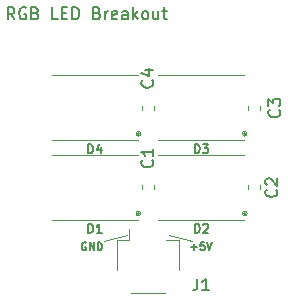
<source format=gbr>
G04 #@! TF.GenerationSoftware,KiCad,Pcbnew,(5.1.4)-1*
G04 #@! TF.CreationDate,2021-01-17T20:13:50-03:30*
G04 #@! TF.ProjectId,RGB_Breakout,5247425f-4272-4656-916b-6f75742e6b69,V1.0*
G04 #@! TF.SameCoordinates,Original*
G04 #@! TF.FileFunction,Legend,Top*
G04 #@! TF.FilePolarity,Positive*
%FSLAX46Y46*%
G04 Gerber Fmt 4.6, Leading zero omitted, Abs format (unit mm)*
G04 Created by KiCad (PCBNEW (5.1.4)-1) date 2021-01-17 20:13:50*
%MOMM*%
%LPD*%
G04 APERTURE LIST*
%ADD10C,0.150000*%
%ADD11C,0.120000*%
G04 APERTURE END LIST*
D10*
X53704761Y-126752380D02*
X53371428Y-126276190D01*
X53133333Y-126752380D02*
X53133333Y-125752380D01*
X53514285Y-125752380D01*
X53609523Y-125800000D01*
X53657142Y-125847619D01*
X53704761Y-125942857D01*
X53704761Y-126085714D01*
X53657142Y-126180952D01*
X53609523Y-126228571D01*
X53514285Y-126276190D01*
X53133333Y-126276190D01*
X54657142Y-125800000D02*
X54561904Y-125752380D01*
X54419047Y-125752380D01*
X54276190Y-125800000D01*
X54180952Y-125895238D01*
X54133333Y-125990476D01*
X54085714Y-126180952D01*
X54085714Y-126323809D01*
X54133333Y-126514285D01*
X54180952Y-126609523D01*
X54276190Y-126704761D01*
X54419047Y-126752380D01*
X54514285Y-126752380D01*
X54657142Y-126704761D01*
X54704761Y-126657142D01*
X54704761Y-126323809D01*
X54514285Y-126323809D01*
X55466666Y-126228571D02*
X55609523Y-126276190D01*
X55657142Y-126323809D01*
X55704761Y-126419047D01*
X55704761Y-126561904D01*
X55657142Y-126657142D01*
X55609523Y-126704761D01*
X55514285Y-126752380D01*
X55133333Y-126752380D01*
X55133333Y-125752380D01*
X55466666Y-125752380D01*
X55561904Y-125800000D01*
X55609523Y-125847619D01*
X55657142Y-125942857D01*
X55657142Y-126038095D01*
X55609523Y-126133333D01*
X55561904Y-126180952D01*
X55466666Y-126228571D01*
X55133333Y-126228571D01*
X57371428Y-126752380D02*
X56895238Y-126752380D01*
X56895238Y-125752380D01*
X57704761Y-126228571D02*
X58038095Y-126228571D01*
X58180952Y-126752380D02*
X57704761Y-126752380D01*
X57704761Y-125752380D01*
X58180952Y-125752380D01*
X58609523Y-126752380D02*
X58609523Y-125752380D01*
X58847619Y-125752380D01*
X58990476Y-125800000D01*
X59085714Y-125895238D01*
X59133333Y-125990476D01*
X59180952Y-126180952D01*
X59180952Y-126323809D01*
X59133333Y-126514285D01*
X59085714Y-126609523D01*
X58990476Y-126704761D01*
X58847619Y-126752380D01*
X58609523Y-126752380D01*
X60704761Y-126228571D02*
X60847619Y-126276190D01*
X60895238Y-126323809D01*
X60942857Y-126419047D01*
X60942857Y-126561904D01*
X60895238Y-126657142D01*
X60847619Y-126704761D01*
X60752380Y-126752380D01*
X60371428Y-126752380D01*
X60371428Y-125752380D01*
X60704761Y-125752380D01*
X60800000Y-125800000D01*
X60847619Y-125847619D01*
X60895238Y-125942857D01*
X60895238Y-126038095D01*
X60847619Y-126133333D01*
X60800000Y-126180952D01*
X60704761Y-126228571D01*
X60371428Y-126228571D01*
X61371428Y-126752380D02*
X61371428Y-126085714D01*
X61371428Y-126276190D02*
X61419047Y-126180952D01*
X61466666Y-126133333D01*
X61561904Y-126085714D01*
X61657142Y-126085714D01*
X62371428Y-126704761D02*
X62276190Y-126752380D01*
X62085714Y-126752380D01*
X61990476Y-126704761D01*
X61942857Y-126609523D01*
X61942857Y-126228571D01*
X61990476Y-126133333D01*
X62085714Y-126085714D01*
X62276190Y-126085714D01*
X62371428Y-126133333D01*
X62419047Y-126228571D01*
X62419047Y-126323809D01*
X61942857Y-126419047D01*
X63276190Y-126752380D02*
X63276190Y-126228571D01*
X63228571Y-126133333D01*
X63133333Y-126085714D01*
X62942857Y-126085714D01*
X62847619Y-126133333D01*
X63276190Y-126704761D02*
X63180952Y-126752380D01*
X62942857Y-126752380D01*
X62847619Y-126704761D01*
X62800000Y-126609523D01*
X62800000Y-126514285D01*
X62847619Y-126419047D01*
X62942857Y-126371428D01*
X63180952Y-126371428D01*
X63276190Y-126323809D01*
X63752380Y-126752380D02*
X63752380Y-125752380D01*
X63847619Y-126371428D02*
X64133333Y-126752380D01*
X64133333Y-126085714D02*
X63752380Y-126466666D01*
X64704761Y-126752380D02*
X64609523Y-126704761D01*
X64561904Y-126657142D01*
X64514285Y-126561904D01*
X64514285Y-126276190D01*
X64561904Y-126180952D01*
X64609523Y-126133333D01*
X64704761Y-126085714D01*
X64847619Y-126085714D01*
X64942857Y-126133333D01*
X64990476Y-126180952D01*
X65038095Y-126276190D01*
X65038095Y-126561904D01*
X64990476Y-126657142D01*
X64942857Y-126704761D01*
X64847619Y-126752380D01*
X64704761Y-126752380D01*
X65895238Y-126085714D02*
X65895238Y-126752380D01*
X65466666Y-126085714D02*
X65466666Y-126609523D01*
X65514285Y-126704761D01*
X65609523Y-126752380D01*
X65752380Y-126752380D01*
X65847619Y-126704761D01*
X65895238Y-126657142D01*
X66228571Y-126085714D02*
X66609523Y-126085714D01*
X66371428Y-125752380D02*
X66371428Y-126609523D01*
X66419047Y-126704761D01*
X66514285Y-126752380D01*
X66609523Y-126752380D01*
D11*
X68750000Y-145500000D02*
X66750000Y-145000000D01*
X61250000Y-145500000D02*
X63250000Y-145000000D01*
D10*
X59754761Y-145675000D02*
X59692857Y-145644047D01*
X59600000Y-145644047D01*
X59507142Y-145675000D01*
X59445238Y-145736904D01*
X59414285Y-145798809D01*
X59383333Y-145922619D01*
X59383333Y-146015476D01*
X59414285Y-146139285D01*
X59445238Y-146201190D01*
X59507142Y-146263095D01*
X59600000Y-146294047D01*
X59661904Y-146294047D01*
X59754761Y-146263095D01*
X59785714Y-146232142D01*
X59785714Y-146015476D01*
X59661904Y-146015476D01*
X60064285Y-146294047D02*
X60064285Y-145644047D01*
X60435714Y-146294047D01*
X60435714Y-145644047D01*
X60745238Y-146294047D02*
X60745238Y-145644047D01*
X60900000Y-145644047D01*
X60992857Y-145675000D01*
X61054761Y-145736904D01*
X61085714Y-145798809D01*
X61116666Y-145922619D01*
X61116666Y-146015476D01*
X61085714Y-146139285D01*
X61054761Y-146201190D01*
X60992857Y-146263095D01*
X60900000Y-146294047D01*
X60745238Y-146294047D01*
X68664285Y-146046428D02*
X69159523Y-146046428D01*
X68911904Y-146294047D02*
X68911904Y-145798809D01*
X69778571Y-145644047D02*
X69469047Y-145644047D01*
X69438095Y-145953571D01*
X69469047Y-145922619D01*
X69530952Y-145891666D01*
X69685714Y-145891666D01*
X69747619Y-145922619D01*
X69778571Y-145953571D01*
X69809523Y-146015476D01*
X69809523Y-146170238D01*
X69778571Y-146232142D01*
X69747619Y-146263095D01*
X69685714Y-146294047D01*
X69530952Y-146294047D01*
X69469047Y-146263095D01*
X69438095Y-146232142D01*
X69995238Y-145644047D02*
X70211904Y-146294047D01*
X70428571Y-145644047D01*
D11*
X64490000Y-141125279D02*
X64490000Y-140799721D01*
X65510000Y-141125279D02*
X65510000Y-140799721D01*
X74510000Y-141125279D02*
X74510000Y-140799721D01*
X73490000Y-141125279D02*
X73490000Y-140799721D01*
X73490000Y-134450279D02*
X73490000Y-134124721D01*
X74510000Y-134450279D02*
X74510000Y-134124721D01*
X65510000Y-134412779D02*
X65510000Y-134087221D01*
X64490000Y-134412779D02*
X64490000Y-134087221D01*
X62390000Y-147965000D02*
X62390000Y-145465000D01*
X62390000Y-145465000D02*
X63440000Y-145465000D01*
X63440000Y-145465000D02*
X63440000Y-144475000D01*
X67610000Y-147965000D02*
X67610000Y-145465000D01*
X67610000Y-145465000D02*
X66560000Y-145465000D01*
X63560000Y-149935000D02*
X66440000Y-149935000D01*
X64150000Y-143750000D02*
X56850000Y-143750000D01*
X64150000Y-138250000D02*
X56850000Y-138250000D01*
X64300000Y-143200000D02*
G75*
G03X64300000Y-143200000I-100000J0D01*
G01*
X64400000Y-143200000D02*
G75*
G03X64400000Y-143200000I-200000J0D01*
G01*
X64200000Y-143200000D02*
X64100000Y-143200000D01*
X73200000Y-143200000D02*
X73100000Y-143200000D01*
X73400000Y-143200000D02*
G75*
G03X73400000Y-143200000I-200000J0D01*
G01*
X73300000Y-143200000D02*
G75*
G03X73300000Y-143200000I-100000J0D01*
G01*
X73150000Y-138250000D02*
X65850000Y-138250000D01*
X73150000Y-143750000D02*
X65850000Y-143750000D01*
X73150000Y-137000000D02*
X65850000Y-137000000D01*
X73150000Y-131500000D02*
X65850000Y-131500000D01*
X73300000Y-136450000D02*
G75*
G03X73300000Y-136450000I-100000J0D01*
G01*
X73400000Y-136450000D02*
G75*
G03X73400000Y-136450000I-200000J0D01*
G01*
X73200000Y-136450000D02*
X73100000Y-136450000D01*
X64200000Y-136450000D02*
X64100000Y-136450000D01*
X64400000Y-136450000D02*
G75*
G03X64400000Y-136450000I-200000J0D01*
G01*
X64300000Y-136450000D02*
G75*
G03X64300000Y-136450000I-100000J0D01*
G01*
X64150000Y-131500000D02*
X56850000Y-131500000D01*
X64150000Y-137000000D02*
X56850000Y-137000000D01*
D10*
X65357142Y-138666666D02*
X65404761Y-138714285D01*
X65452380Y-138857142D01*
X65452380Y-138952380D01*
X65404761Y-139095238D01*
X65309523Y-139190476D01*
X65214285Y-139238095D01*
X65023809Y-139285714D01*
X64880952Y-139285714D01*
X64690476Y-139238095D01*
X64595238Y-139190476D01*
X64500000Y-139095238D01*
X64452380Y-138952380D01*
X64452380Y-138857142D01*
X64500000Y-138714285D01*
X64547619Y-138666666D01*
X65452380Y-137714285D02*
X65452380Y-138285714D01*
X65452380Y-138000000D02*
X64452380Y-138000000D01*
X64595238Y-138095238D01*
X64690476Y-138190476D01*
X64738095Y-138285714D01*
X75857142Y-141166666D02*
X75904761Y-141214285D01*
X75952380Y-141357142D01*
X75952380Y-141452380D01*
X75904761Y-141595238D01*
X75809523Y-141690476D01*
X75714285Y-141738095D01*
X75523809Y-141785714D01*
X75380952Y-141785714D01*
X75190476Y-141738095D01*
X75095238Y-141690476D01*
X75000000Y-141595238D01*
X74952380Y-141452380D01*
X74952380Y-141357142D01*
X75000000Y-141214285D01*
X75047619Y-141166666D01*
X75047619Y-140785714D02*
X75000000Y-140738095D01*
X74952380Y-140642857D01*
X74952380Y-140404761D01*
X75000000Y-140309523D01*
X75047619Y-140261904D01*
X75142857Y-140214285D01*
X75238095Y-140214285D01*
X75380952Y-140261904D01*
X75952380Y-140833333D01*
X75952380Y-140214285D01*
X76107142Y-134416666D02*
X76154761Y-134464285D01*
X76202380Y-134607142D01*
X76202380Y-134702380D01*
X76154761Y-134845238D01*
X76059523Y-134940476D01*
X75964285Y-134988095D01*
X75773809Y-135035714D01*
X75630952Y-135035714D01*
X75440476Y-134988095D01*
X75345238Y-134940476D01*
X75250000Y-134845238D01*
X75202380Y-134702380D01*
X75202380Y-134607142D01*
X75250000Y-134464285D01*
X75297619Y-134416666D01*
X75202380Y-134083333D02*
X75202380Y-133464285D01*
X75583333Y-133797619D01*
X75583333Y-133654761D01*
X75630952Y-133559523D01*
X75678571Y-133511904D01*
X75773809Y-133464285D01*
X76011904Y-133464285D01*
X76107142Y-133511904D01*
X76154761Y-133559523D01*
X76202380Y-133654761D01*
X76202380Y-133940476D01*
X76154761Y-134035714D01*
X76107142Y-134083333D01*
X65357142Y-131916666D02*
X65404761Y-131964285D01*
X65452380Y-132107142D01*
X65452380Y-132202380D01*
X65404761Y-132345238D01*
X65309523Y-132440476D01*
X65214285Y-132488095D01*
X65023809Y-132535714D01*
X64880952Y-132535714D01*
X64690476Y-132488095D01*
X64595238Y-132440476D01*
X64500000Y-132345238D01*
X64452380Y-132202380D01*
X64452380Y-132107142D01*
X64500000Y-131964285D01*
X64547619Y-131916666D01*
X64785714Y-131059523D02*
X65452380Y-131059523D01*
X64404761Y-131297619D02*
X65119047Y-131535714D01*
X65119047Y-130916666D01*
X69166666Y-148702380D02*
X69166666Y-149416666D01*
X69119047Y-149559523D01*
X69023809Y-149654761D01*
X68880952Y-149702380D01*
X68785714Y-149702380D01*
X70166666Y-149702380D02*
X69595238Y-149702380D01*
X69880952Y-149702380D02*
X69880952Y-148702380D01*
X69785714Y-148845238D01*
X69690476Y-148940476D01*
X69595238Y-148988095D01*
X59946428Y-144839285D02*
X59946428Y-144089285D01*
X60125000Y-144089285D01*
X60232142Y-144125000D01*
X60303571Y-144196428D01*
X60339285Y-144267857D01*
X60375000Y-144410714D01*
X60375000Y-144517857D01*
X60339285Y-144660714D01*
X60303571Y-144732142D01*
X60232142Y-144803571D01*
X60125000Y-144839285D01*
X59946428Y-144839285D01*
X61089285Y-144839285D02*
X60660714Y-144839285D01*
X60875000Y-144839285D02*
X60875000Y-144089285D01*
X60803571Y-144196428D01*
X60732142Y-144267857D01*
X60660714Y-144303571D01*
X68946428Y-144839285D02*
X68946428Y-144089285D01*
X69125000Y-144089285D01*
X69232142Y-144125000D01*
X69303571Y-144196428D01*
X69339285Y-144267857D01*
X69375000Y-144410714D01*
X69375000Y-144517857D01*
X69339285Y-144660714D01*
X69303571Y-144732142D01*
X69232142Y-144803571D01*
X69125000Y-144839285D01*
X68946428Y-144839285D01*
X69660714Y-144160714D02*
X69696428Y-144125000D01*
X69767857Y-144089285D01*
X69946428Y-144089285D01*
X70017857Y-144125000D01*
X70053571Y-144160714D01*
X70089285Y-144232142D01*
X70089285Y-144303571D01*
X70053571Y-144410714D01*
X69625000Y-144839285D01*
X70089285Y-144839285D01*
X68946428Y-138089285D02*
X68946428Y-137339285D01*
X69125000Y-137339285D01*
X69232142Y-137375000D01*
X69303571Y-137446428D01*
X69339285Y-137517857D01*
X69375000Y-137660714D01*
X69375000Y-137767857D01*
X69339285Y-137910714D01*
X69303571Y-137982142D01*
X69232142Y-138053571D01*
X69125000Y-138089285D01*
X68946428Y-138089285D01*
X69625000Y-137339285D02*
X70089285Y-137339285D01*
X69839285Y-137625000D01*
X69946428Y-137625000D01*
X70017857Y-137660714D01*
X70053571Y-137696428D01*
X70089285Y-137767857D01*
X70089285Y-137946428D01*
X70053571Y-138017857D01*
X70017857Y-138053571D01*
X69946428Y-138089285D01*
X69732142Y-138089285D01*
X69660714Y-138053571D01*
X69625000Y-138017857D01*
X59946428Y-138089285D02*
X59946428Y-137339285D01*
X60125000Y-137339285D01*
X60232142Y-137375000D01*
X60303571Y-137446428D01*
X60339285Y-137517857D01*
X60375000Y-137660714D01*
X60375000Y-137767857D01*
X60339285Y-137910714D01*
X60303571Y-137982142D01*
X60232142Y-138053571D01*
X60125000Y-138089285D01*
X59946428Y-138089285D01*
X61017857Y-137589285D02*
X61017857Y-138089285D01*
X60839285Y-137303571D02*
X60660714Y-137839285D01*
X61125000Y-137839285D01*
M02*

</source>
